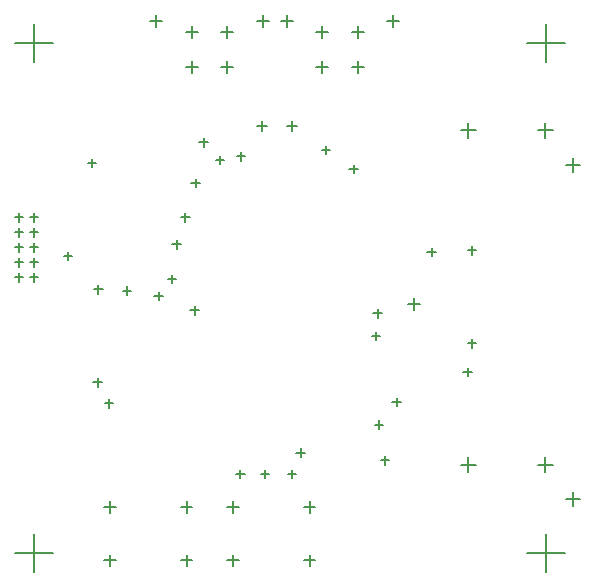
<source format=gbr>
%TF.GenerationSoftware,Altium Limited,Altium Designer,18.1.9 (240)*%
G04 Layer_Color=128*
%FSLAX26Y26*%
%MOIN*%
%TF.FileFunction,Drillmap*%
%TF.Part,Single*%
G01*
G75*
%TA.AperFunction,NonConductor*%
%ADD61C,0.005000*%
D61*
X4070000Y3149979D02*
X4110000D01*
X4090000Y3129979D02*
Y3169979D01*
X2811000Y3240000D02*
X2839000D01*
X2825000Y3226000D02*
Y3254000D01*
X2761000Y3240000D02*
X2789000D01*
X2775000Y3226000D02*
Y3254000D01*
X2811000Y3290000D02*
X2839000D01*
X2825000Y3276000D02*
Y3304000D01*
X2761000Y3290000D02*
X2789000D01*
X2775000Y3276000D02*
Y3304000D01*
X2811000Y3340000D02*
X2839000D01*
X2825000Y3326000D02*
Y3354000D01*
X2761000Y3340000D02*
X2789000D01*
X2775000Y3326000D02*
Y3354000D01*
X2811000Y3390000D02*
X2839000D01*
X2825000Y3376000D02*
Y3404000D01*
X2761000Y3390000D02*
X2789000D01*
X2775000Y3376000D02*
Y3404000D01*
X2811000Y3440000D02*
X2839000D01*
X2825000Y3426000D02*
Y3454000D01*
X2761000Y3440000D02*
X2789000D01*
X2775000Y3426000D02*
Y3454000D01*
X4503898Y3730000D02*
X4553110D01*
X4528504Y3705394D02*
Y3754606D01*
X4247992Y3730000D02*
X4297205D01*
X4272598Y3705394D02*
Y3754606D01*
X4597402Y3615039D02*
X4644646D01*
X4621024Y3591417D02*
Y3638661D01*
X3567284Y3745000D02*
X3602716D01*
X3585000Y3727284D02*
Y3762716D01*
X3667284Y3745000D02*
X3702716D01*
X3685000Y3727284D02*
Y3762716D01*
X3057559Y2473583D02*
X3096535D01*
X3077047Y2454095D02*
Y2493071D01*
X3313465Y2473583D02*
X3352441D01*
X3332953Y2454095D02*
Y2493071D01*
X3057559Y2296417D02*
X3096535D01*
X3077047Y2276929D02*
Y2315905D01*
X3313465Y2296417D02*
X3352441D01*
X3332953Y2276929D02*
Y2315905D01*
X3449055Y4059055D02*
X3489055D01*
X3469055Y4039055D02*
Y4079055D01*
X3449055Y3940945D02*
X3489055D01*
X3469055Y3920945D02*
Y3960945D01*
X3330945Y4059055D02*
X3370945D01*
X3350945Y4039055D02*
Y4079055D01*
X3330945Y3940945D02*
X3370945D01*
X3350945Y3920945D02*
Y3960945D01*
X3567165Y4096063D02*
X3607165D01*
X3587165Y4076063D02*
Y4116063D01*
X3212835Y4096063D02*
X3252835D01*
X3232835Y4076063D02*
Y4116063D01*
X3647835Y4096063D02*
X3687835D01*
X3667835Y4076063D02*
Y4116063D01*
X4002165Y4096063D02*
X4042165D01*
X4022165Y4076063D02*
Y4116063D01*
X3765945Y3940945D02*
X3805945D01*
X3785945Y3920945D02*
Y3960945D01*
X3765945Y4059055D02*
X3805945D01*
X3785945Y4039055D02*
Y4079055D01*
X3884055Y3940945D02*
X3924055D01*
X3904055Y3920945D02*
Y3960945D01*
X3884055Y4059055D02*
X3924055D01*
X3904055Y4039055D02*
Y4079055D01*
X3723465Y2296417D02*
X3762441D01*
X3742953Y2276929D02*
Y2315905D01*
X3467559Y2296417D02*
X3506535D01*
X3487047Y2276929D02*
Y2315905D01*
X3723465Y2473583D02*
X3762441D01*
X3742953Y2454095D02*
Y2493071D01*
X3467559Y2473583D02*
X3506535D01*
X3487047Y2454095D02*
Y2493071D01*
X4597402Y2500039D02*
X4644646D01*
X4621024Y2476417D02*
Y2523661D01*
X4247992Y2615000D02*
X4297205D01*
X4272598Y2590394D02*
Y2639606D01*
X4503898Y2615000D02*
X4553110D01*
X4528504Y2590394D02*
Y2639606D01*
X3226000Y3177057D02*
X3254000D01*
X3240000Y3163057D02*
Y3191057D01*
X3699303Y2655900D02*
X3727303D01*
X3713303Y2641900D02*
Y2669900D01*
X3501000Y3642974D02*
X3529000D01*
X3515000Y3628974D02*
Y3656974D01*
X4019318Y2825000D02*
X4047318D01*
X4033318Y2811000D02*
Y2839000D01*
X3315366Y3440000D02*
X3343366D01*
X3329366Y3426000D02*
Y3454000D01*
X3346000Y3130000D02*
X3374000D01*
X3360000Y3116000D02*
Y3144000D01*
X3121000Y3196000D02*
X3149000D01*
X3135000Y3182000D02*
Y3210000D01*
X3876000Y3601373D02*
X3904000D01*
X3890000Y3587373D02*
Y3615373D01*
X3025370Y3200000D02*
X3053370D01*
X3039370Y3186000D02*
Y3214000D01*
X2923614Y3312169D02*
X2951614D01*
X2937614Y3298169D02*
Y3326169D01*
X4271000Y3330000D02*
X4299000D01*
X4285000Y3316000D02*
Y3344000D01*
X3981000Y2630000D02*
X4009000D01*
X3995000Y2616000D02*
Y2644000D01*
X3581000Y2585536D02*
X3609000D01*
X3595000Y2571536D02*
Y2599536D01*
X3498362Y2585000D02*
X3526362D01*
X3512362Y2571000D02*
Y2599000D01*
X3961000Y2749088D02*
X3989000D01*
X3975000Y2735088D02*
Y2763088D01*
X3671000Y2585000D02*
X3699000D01*
X3685000Y2571000D02*
Y2599000D01*
X4271000Y3020000D02*
X4299000D01*
X4285000Y3006000D02*
Y3034000D01*
X4136000Y3325000D02*
X4164000D01*
X4150000Y3311000D02*
Y3339000D01*
X3348953Y3555000D02*
X3376953D01*
X3362953Y3541000D02*
Y3569000D01*
X3956000Y3120000D02*
X3984000D01*
X3970000Y3106000D02*
Y3134000D01*
X4256000Y2925000D02*
X4284000D01*
X4270000Y2911000D02*
Y2939000D01*
X3951000Y3045000D02*
X3979000D01*
X3965000Y3031000D02*
Y3059000D01*
X3376000Y3690000D02*
X3404000D01*
X3390000Y3676000D02*
Y3704000D01*
X3061000Y2820000D02*
X3089000D01*
X3075000Y2806000D02*
Y2834000D01*
X3022338Y2890000D02*
X3050338D01*
X3036338Y2876000D02*
Y2904000D01*
X3431000Y3631575D02*
X3459000D01*
X3445000Y3617575D02*
Y3645575D01*
X3003831Y3620512D02*
X3031831D01*
X3017831Y3606512D02*
Y3634512D01*
X3271000Y3235000D02*
X3299000D01*
X3285000Y3221000D02*
Y3249000D01*
X3286000Y3350000D02*
X3314000D01*
X3300000Y3336000D02*
Y3364000D01*
X3784117Y3665000D02*
X3812117D01*
X3798117Y3651000D02*
Y3679000D01*
X2762000Y4020000D02*
X2888000D01*
X2825000Y3957000D02*
Y4083000D01*
X4467000Y2320000D02*
X4593000D01*
X4530000Y2257000D02*
Y2383000D01*
X4467000Y4020000D02*
X4593000D01*
X4530000Y3957000D02*
Y4083000D01*
X2762000Y2320000D02*
X2888000D01*
X2825000Y2257000D02*
Y2383000D01*
%TF.MD5,8fdbe3b2bcb0206158a1afeb44d21fba*%
M02*

</source>
